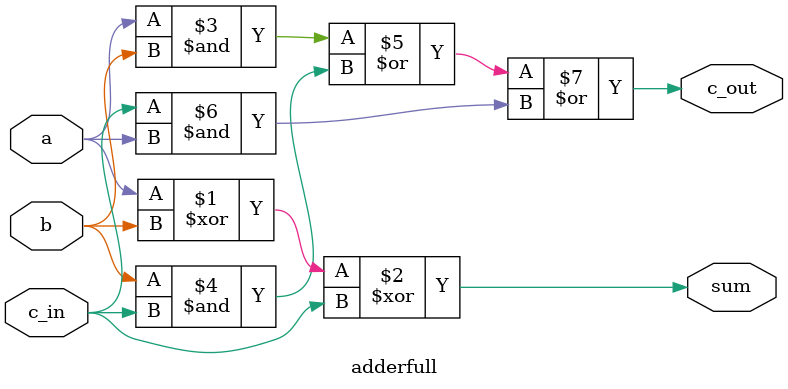
<source format=v>



module adderfull(a,b,c_in,sum,c_out);
input a,b,c_in;
output sum,c_out;
assign sum=a^b^c_in;
assign c_out=(a&b)|(b&c_in)|(c_in&a);




   
endmodule

</source>
